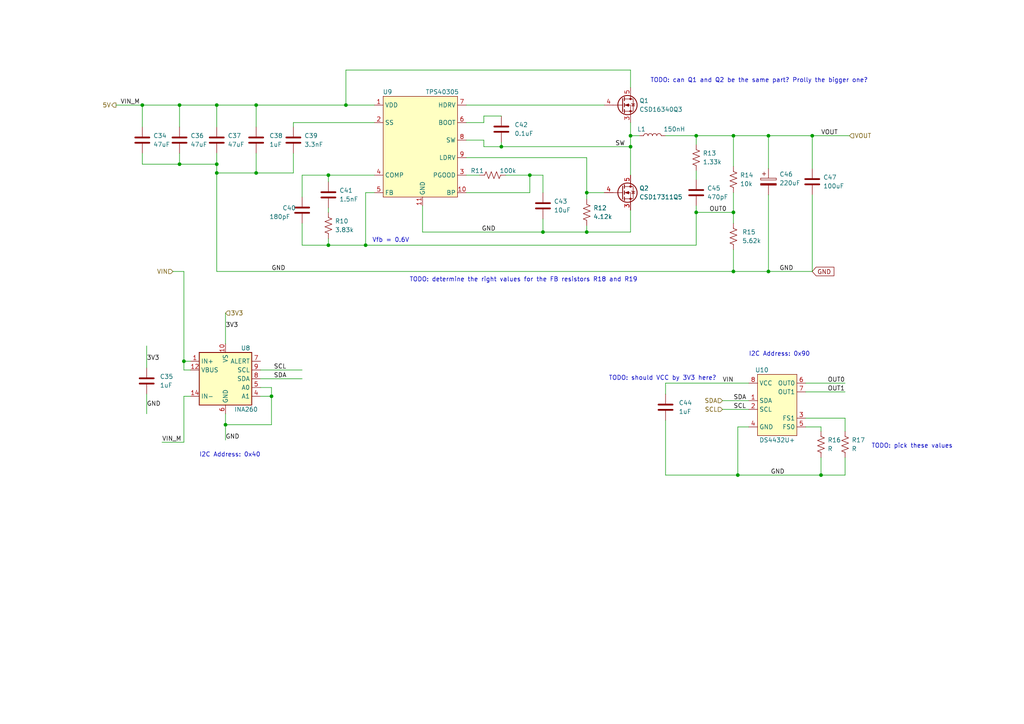
<source format=kicad_sch>
(kicad_sch (version 20211123) (generator eeschema)
  (paper "A4")
  (lib_symbols
    (symbol "Device:C" (pin_numbers hide) (pin_names (offset 0.254))
      (property "Reference" "C" (at 0.635 2.54 0))
      (property "Value" "C" (at 0.635 -2.54 0))
      (symbol "C_0_1"
        (polyline (pts (xy -2.032 -0.762) (xy 2.032 -0.762)) (stroke (width 0.508)))
        (polyline (pts (xy -2.032 0.762) (xy 2.032 0.762)) (stroke (width 0.508)))
      )
      (symbol "C_1_1"
        (pin passive line (at 0 3.81 270) (length 2.794) (name "~") (number "1"))
        (pin passive line (at 0 -3.81 90) (length 2.794) (name "~") (number "2"))
      )
    )
    (symbol "Device:C_Polarized" (pin_numbers hide) (pin_names (offset 0.254))
      (property "Reference" "C" (at 0.635 2.54 0))
      (property "Value" "C_Polarized" (at 0.635 -2.54 0))
      (symbol "C_Polarized_0_1"
        (rectangle (start -2.286 0.508) (end 2.286 1.016))
        (polyline (pts (xy -1.778 2.286) (xy -0.762 2.286)))
        (polyline (pts (xy -1.27 2.794) (xy -1.27 1.778)))
        (rectangle (start 2.286 -0.508) (end -2.286 -1.016) (fill (type outline)))
      )
      (symbol "C_Polarized_1_1"
        (pin passive line (at 0 3.81 270) (length 2.794) (name "~") (number "1"))
        (pin passive line (at 0 -3.81 90) (length 2.794) (name "~") (number "2"))
      )
    )
    (symbol "Device:L" (pin_numbers hide) (pin_names (offset 1.016) hide)
      (property "Reference" "L" (at -1.27 0 90))
      (property "Value" "L" (at 1.905 0 90))
      (symbol "L_0_1"
        (arc (start 0 -2.54) (mid 0.635 -1.905) (end 0 -1.27))
        (arc (start 0 -1.27) (mid 0.635 -0.635) (end 0 0))
        (arc (start 0 0) (mid 0.635 0.635) (end 0 1.27))
        (arc (start 0 1.27) (mid 0.635 1.905) (end 0 2.54))
      )
      (symbol "L_1_1"
        (pin passive line (at 0 3.81 270) (length 1.27) (name "1") (number "1"))
        (pin passive line (at 0 -3.81 90) (length 1.27) (name "2") (number "2"))
      )
    )
    (symbol "Device:R_US" (pin_numbers hide) (pin_names (offset 0))
      (property "Reference" "R" (at 2.54 0 90))
      (property "Value" "R_US" (at -2.54 0 90))
      (symbol "R_US_0_1"
        (polyline (pts (xy 0 -2.286) (xy 0 -2.54)))
        (polyline (pts (xy 0 2.286) (xy 0 2.54)))
        (polyline (pts (xy 0 -0.762) (xy 1.016 -1.143) (xy 0 -1.524) (xy -1.016 -1.905) (xy 0 -2.286)))
        (polyline (pts (xy 0 0.762) (xy 1.016 0.381) (xy 0 0) (xy -1.016 -0.381) (xy 0 -0.762)))
        (polyline (pts (xy 0 2.286) (xy 1.016 1.905) (xy 0 1.524) (xy -1.016 1.143) (xy 0 0.762)))
      )
      (symbol "R_US_1_1"
        (pin passive line (at 0 3.81 270) (length 1.27) (name "~") (number "1"))
        (pin passive line (at 0 -3.81 90) (length 1.27) (name "~") (number "2"))
      )
    )
    (symbol "Q_NMOS_CSD17311Q5_1" (pin_names (offset 0) hide)
      (property "Reference" "Q" (at 5.08 1.27 0))
      (property "Value" "Q_NMOS_CSD17311Q5_1" (at 5.08 -1.27 0))
      (symbol "Q_NMOS_CSD17311Q5_1_0_1"
        (polyline (pts (xy 0.254 0) (xy -2.54 0)))
        (polyline (pts (xy 0.254 1.905) (xy 0.254 -1.905)) (stroke (width 0.254)))
        (polyline (pts (xy 0.762 -1.27) (xy 0.762 -2.286)) (stroke (width 0.254)))
        (polyline (pts (xy 0.762 0.508) (xy 0.762 -0.508)) (stroke (width 0.254)))
        (polyline (pts (xy 0.762 2.286) (xy 0.762 1.27)) (stroke (width 0.254)))
        (polyline (pts (xy 2.54 2.54) (xy 2.54 1.778)))
        (polyline (pts (xy 2.54 -2.54) (xy 2.54 0) (xy 0.762 0)))
        (polyline (pts (xy 0.762 -1.778) (xy 3.302 -1.778) (xy 3.302 1.778) (xy 0.762 1.778)))
        (polyline (pts (xy 1.016 0) (xy 2.032 0.381) (xy 2.032 -0.381) (xy 1.016 0)) (fill (type outline)))
        (polyline (pts (xy 2.794 0.508) (xy 2.921 0.381) (xy 3.683 0.381) (xy 3.81 0.254)))
        (polyline (pts (xy 3.302 0.381) (xy 2.921 -0.254) (xy 3.683 -0.254) (xy 3.302 0.381)))
        (circle (center 1.651 0) (radius 2.794) (stroke (width 0.254)))
        (circle (center 2.54 -1.778) (radius 0.254) (fill (type outline)))
        (circle (center 2.54 1.778) (radius 0.254) (fill (type outline)))
      )
      (symbol "Q_NMOS_CSD17311Q5_1_1_1"
        (pin passive line (at 2.54 -5.08 90) (length 2.54) hide (name "") (number "1"))
        (pin passive line (at 2.54 -5.08 90) (length 2.54) hide (name "") (number "2"))
        (pin passive line (at 2.54 -5.08 90) (length 2.54) (name "S") (number "3"))
        (pin input line (at -5.08 0 0) (length 2.54) (name "G") (number "4"))
        (pin passive line (at 2.54 5.08 270) (length 2.54) (name "D") (number "5"))
      )
    )
    (symbol "Sensor:INA260"
      (property "Reference" "U" (at -6.35 8.89 0))
      (property "Value" "INA260" (at 2.54 8.89 0))
      (symbol "INA260_0_1"
        (rectangle (start -7.62 7.62) (end 7.62 -7.62) (stroke (width 0.254)) (fill (type background)))
      )
      (symbol "INA260_1_1"
        (pin passive line (at -10.16 5.08 0) (length 2.54) (name "IN+") (number "1"))
        (pin power_in line (at 0 10.16 270) (length 2.54) (name "VS") (number "10"))
        (pin passive line (at 0 -10.16 90) (length 2.54) hide (name "GND") (number "11"))
        (pin passive line (at -10.16 2.54 0) (length 2.54) (name "VBUS") (number "12"))
        (pin no_connect line (at 2.54 -7.62 90) (length 2.54) hide (name "NC") (number "13"))
        (pin passive line (at -10.16 -5.08 0) (length 2.54) (name "IN-") (number "14"))
        (pin passive line (at -10.16 -5.08 0) (length 2.54) hide (name "IN-") (number "15"))
        (pin passive line (at -10.16 -5.08 0) (length 2.54) hide (name "IN-") (number "16"))
        (pin passive line (at -10.16 5.08 0) (length 2.54) hide (name "IN+") (number "2"))
        (pin passive line (at -10.16 5.08 0) (length 2.54) hide (name "IN+") (number "3"))
        (pin input line (at 10.16 -5.08 180) (length 2.54) (name "A1") (number "4"))
        (pin input line (at 10.16 -2.54 180) (length 2.54) (name "A0") (number "5"))
        (pin power_in line (at 0 -10.16 90) (length 2.54) (name "GND") (number "6"))
        (pin open_collector line (at 10.16 5.08 180) (length 2.54) (name "ALERT") (number "7"))
        (pin bidirectional line (at 10.16 0 180) (length 2.54) (name "SDA") (number "8"))
        (pin input line (at 10.16 2.54 180) (length 2.54) (name "SCL") (number "9"))
      )
    )
    (symbol "TPS40305:DS4432U+"
      (property "Reference" "U" (at 3.81 10.16 0))
      (property "Value" "DS4432U+" (at -1.27 -10.16 0))
      (symbol "DS4432U+_0_1"
        (rectangle (start -6.35 8.89) (end 5.08 -8.89) (stroke (width 0.1524)) (fill (type background)))
      )
      (symbol "DS4432U+_1_1"
        (pin input line (at -8.89 1.27 0) (length 2.54) (name "SDA") (number "1"))
        (pin input line (at -8.89 -1.27 0) (length 2.54) (name "SCL") (number "2"))
        (pin input line (at 7.62 -3.81 180) (length 2.54) (name "FS1") (number "3"))
        (pin power_in line (at -8.89 -6.35 0) (length 2.54) (name "GND") (number "4"))
        (pin input line (at 7.62 -6.35 180) (length 2.54) (name "FS0") (number "5"))
        (pin output line (at 7.62 6.35 180) (length 2.54) (name "OUT0") (number "6"))
        (pin output line (at 7.62 3.81 180) (length 2.54) (name "OUT1") (number "7"))
        (pin power_in line (at -8.89 6.35 0) (length 2.54) (name "VCC") (number "8"))
      )
    )
    (symbol "TPS40305:Q_NMOS_CSD17311Q5" (pin_names (offset 0) hide)
      (property "Reference" "Q" (at 5.08 1.27 0))
      (property "Value" "Q_NMOS_CSD17311Q5" (at 5.08 -1.27 0))
      (symbol "Q_NMOS_CSD17311Q5_0_1"
        (polyline (pts (xy 0.254 0) (xy -2.54 0)))
        (polyline (pts (xy 0.254 1.905) (xy 0.254 -1.905)) (stroke (width 0.254)))
        (polyline (pts (xy 0.762 -1.27) (xy 0.762 -2.286)) (stroke (width 0.254)))
        (polyline (pts (xy 0.762 0.508) (xy 0.762 -0.508)) (stroke (width 0.254)))
        (polyline (pts (xy 0.762 2.286) (xy 0.762 1.27)) (stroke (width 0.254)))
        (polyline (pts (xy 2.54 2.54) (xy 2.54 1.778)))
        (polyline (pts (xy 2.54 -2.54) (xy 2.54 0) (xy 0.762 0)))
        (polyline (pts (xy 0.762 -1.778) (xy 3.302 -1.778) (xy 3.302 1.778) (xy 0.762 1.778)))
        (polyline (pts (xy 1.016 0) (xy 2.032 0.381) (xy 2.032 -0.381) (xy 1.016 0)) (fill (type outline)))
        (polyline (pts (xy 2.794 0.508) (xy 2.921 0.381) (xy 3.683 0.381) (xy 3.81 0.254)))
        (polyline (pts (xy 3.302 0.381) (xy 2.921 -0.254) (xy 3.683 -0.254) (xy 3.302 0.381)))
        (circle (center 1.651 0) (radius 2.794) (stroke (width 0.254)))
        (circle (center 2.54 -1.778) (radius 0.254) (fill (type outline)))
        (circle (center 2.54 1.778) (radius 0.254) (fill (type outline)))
      )
      (symbol "Q_NMOS_CSD17311Q5_1_1"
        (pin passive line (at 2.54 -5.08 90) (length 2.54) hide (name "") (number "1"))
        (pin passive line (at 2.54 -5.08 90) (length 2.54) hide (name "") (number "2"))
        (pin passive line (at 2.54 -5.08 90) (length 2.54) (name "S") (number "3"))
        (pin input line (at -5.08 0 0) (length 2.54) (name "G") (number "4"))
        (pin passive line (at 2.54 5.08 270) (length 2.54) (name "D") (number "5"))
      )
    )
    (symbol "TPS40305:TPS40305"
      (property "Reference" "U" (at 10.16 16.51 0))
      (property "Value" "TPS40305" (at -7.62 16.51 0))
      (symbol "TPS40305_0_1"
        (rectangle (start -11.43 15.24) (end 10.16 -13.97) (stroke (width 0.1524)) (fill (type background)))
      )
      (symbol "TPS40305_1_1"
        (pin input line (at -13.97 12.7 0) (length 2.54) (name "VDD") (number "1"))
        (pin input line (at 12.7 -12.7 180) (length 2.54) (name "BP") (number "10"))
        (pin input line (at 0 -16.51 90) (length 2.54) (name "GND") (number "11"))
        (pin input line (at -13.97 7.62 0) (length 2.54) (name "SS") (number "2"))
        (pin input line (at 12.7 -7.62 180) (length 2.54) (name "PGOOD") (number "3"))
        (pin input line (at -13.97 -7.62 0) (length 2.54) (name "COMP") (number "4"))
        (pin input line (at -13.97 -12.7 0) (length 2.54) (name "FB") (number "5"))
        (pin input line (at 12.7 7.62 180) (length 2.54) (name "BOOT") (number "6"))
        (pin input line (at 12.7 12.7 180) (length 2.54) (name "HDRV") (number "7"))
        (pin input line (at 12.7 2.54 180) (length 2.54) (name "SW") (number "8"))
        (pin input line (at 12.7 -2.54 180) (length 2.54) (name "LDRV") (number "9"))
      )
    )
  )
  (junction (at 62.865 50.165))
  (junction (at 201.93 61.595))
  (junction (at 62.865 47.625))
  (junction (at 238.125 137.795))
  (junction (at 153.67 50.8))
  (junction (at 213.995 137.795))
  (junction (at 41.275 30.48))
  (junction (at 145.415 42.545))
  (junction (at 182.88 42.545))
  (junction (at 212.725 78.74))
  (junction (at 95.25 50.8))
  (junction (at 182.88 39.37))
  (junction (at 170.18 55.88))
  (junction (at 222.885 78.74))
  (junction (at 212.725 39.37))
  (junction (at 52.07 47.625))
  (junction (at 74.295 30.48))
  (junction (at 100.33 30.48))
  (junction (at 106.045 71.12))
  (junction (at 65.405 123.19))
  (junction (at 52.07 30.48))
  (junction (at 222.885 39.37))
  (junction (at 212.725 61.595))
  (junction (at 78.74 114.935))
  (junction (at 157.48 67.31))
  (junction (at 62.865 30.48))
  (junction (at 74.295 50.165))
  (junction (at 235.585 39.37))
  (junction (at 53.34 104.775))
  (junction (at 201.93 39.37))
  (junction (at 95.25 71.12))
  (junction (at 170.18 67.31))
  (wire (pts (xy 245.11 137.795) (xy 238.125 137.795)))
  (wire (pts (xy 235.585 39.37) (xy 222.885 39.37)))
  (wire (pts (xy 193.04 111.125) (xy 217.17 111.125)))
  (wire (pts (xy 157.48 63.5) (xy 157.48 67.31)))
  (wire (pts (xy 41.275 30.48) (xy 52.07 30.48)))
  (wire (pts (xy 108.585 50.8) (xy 95.25 50.8)))
  (wire (pts (xy 182.88 35.56) (xy 182.88 39.37)))
  (wire (pts (xy 235.585 48.895) (xy 235.585 39.37)))
  (wire (pts (xy 170.18 55.88) (xy 175.26 55.88)))
  (wire (pts (xy 65.405 90.805) (xy 65.405 99.695)))
  (wire (pts (xy 95.25 60.325) (xy 95.25 61.595)))
  (wire (pts (xy 74.295 44.45) (xy 74.295 50.165)))
  (wire (pts (xy 212.725 55.88) (xy 212.725 61.595)))
  (wire (pts (xy 170.18 45.72) (xy 170.18 55.88)))
  (wire (pts (xy 53.34 104.775) (xy 53.34 78.74)))
  (wire (pts (xy 52.07 44.45) (xy 52.07 47.625)))
  (wire (pts (xy 170.18 67.31) (xy 170.18 65.405)))
  (wire (pts (xy 233.68 113.665) (xy 245.11 113.665)))
  (wire (pts (xy 85.09 44.45) (xy 85.09 50.165)))
  (wire (pts (xy 245.11 132.715) (xy 245.11 137.795)))
  (wire (pts (xy 182.88 20.32) (xy 100.33 20.32)))
  (wire (pts (xy 193.04 114.3) (xy 193.04 111.125)))
  (wire (pts (xy 201.93 39.37) (xy 201.93 41.91)))
  (wire (pts (xy 55.245 107.315) (xy 53.34 107.315)))
  (wire (pts (xy 52.07 47.625) (xy 62.865 47.625)))
  (wire (pts (xy 235.585 39.37) (xy 246.38 39.37)))
  (wire (pts (xy 53.34 114.935) (xy 53.34 128.27)))
  (wire (pts (xy 87.63 71.12) (xy 87.63 64.77)))
  (wire (pts (xy 87.63 50.8) (xy 87.63 57.15)))
  (wire (pts (xy 46.99 128.27) (xy 53.34 128.27)))
  (wire (pts (xy 209.55 116.205) (xy 217.17 116.205)))
  (wire (pts (xy 62.865 50.165) (xy 74.295 50.165)))
  (wire (pts (xy 75.565 112.395) (xy 78.74 112.395)))
  (wire (pts (xy 122.555 67.31) (xy 157.48 67.31)))
  (wire (pts (xy 78.74 123.19) (xy 65.405 123.19)))
  (wire (pts (xy 213.995 123.825) (xy 217.17 123.825)))
  (wire (pts (xy 62.865 78.74) (xy 212.725 78.74)))
  (wire (pts (xy 201.93 49.53) (xy 201.93 52.07)))
  (wire (pts (xy 55.245 104.775) (xy 53.34 104.775)))
  (wire (pts (xy 74.295 30.48) (xy 74.295 36.83)))
  (wire (pts (xy 95.25 69.215) (xy 95.25 71.12)))
  (wire (pts (xy 233.68 121.285) (xy 245.11 121.285)))
  (wire (pts (xy 212.725 72.39) (xy 212.725 78.74)))
  (wire (pts (xy 157.48 67.31) (xy 170.18 67.31)))
  (wire (pts (xy 238.125 132.715) (xy 238.125 137.795)))
  (wire (pts (xy 153.67 55.88) (xy 153.67 50.8)))
  (wire (pts (xy 222.885 39.37) (xy 222.885 48.895)))
  (wire (pts (xy 212.725 61.595) (xy 212.725 64.77)))
  (wire (pts (xy 140.335 40.64) (xy 140.335 42.545)))
  (wire (pts (xy 182.88 60.96) (xy 182.88 67.31)))
  (wire (pts (xy 78.74 112.395) (xy 78.74 114.935)))
  (wire (pts (xy 135.255 45.72) (xy 170.18 45.72)))
  (wire (pts (xy 135.255 40.64) (xy 140.335 40.64)))
  (wire (pts (xy 41.275 47.625) (xy 52.07 47.625)))
  (wire (pts (xy 233.68 111.125) (xy 245.11 111.125)))
  (wire (pts (xy 135.255 55.88) (xy 153.67 55.88)))
  (wire (pts (xy 41.275 36.83) (xy 41.275 30.48)))
  (wire (pts (xy 222.885 56.515) (xy 222.885 78.74)))
  (wire (pts (xy 62.865 30.48) (xy 62.865 36.83)))
  (wire (pts (xy 146.685 50.8) (xy 153.67 50.8)))
  (wire (pts (xy 52.07 30.48) (xy 62.865 30.48)))
  (wire (pts (xy 213.995 137.795) (xy 213.995 123.825)))
  (wire (pts (xy 42.545 114.3) (xy 42.545 120.015)))
  (wire (pts (xy 140.335 42.545) (xy 145.415 42.545)))
  (wire (pts (xy 222.885 39.37) (xy 212.725 39.37)))
  (wire (pts (xy 100.33 20.32) (xy 100.33 30.48)))
  (wire (pts (xy 182.88 67.31) (xy 170.18 67.31)))
  (wire (pts (xy 65.405 123.19) (xy 65.405 127.635)))
  (wire (pts (xy 233.68 123.825) (xy 238.125 123.825)))
  (wire (pts (xy 170.18 55.88) (xy 170.18 57.785)))
  (wire (pts (xy 182.88 42.545) (xy 182.88 50.8)))
  (wire (pts (xy 95.25 71.12) (xy 87.63 71.12)))
  (wire (pts (xy 62.865 30.48) (xy 74.295 30.48)))
  (wire (pts (xy 222.885 78.74) (xy 235.585 78.74)))
  (wire (pts (xy 193.04 137.795) (xy 213.995 137.795)))
  (wire (pts (xy 75.565 114.935) (xy 78.74 114.935)))
  (wire (pts (xy 65.405 120.015) (xy 65.405 123.19)))
  (wire (pts (xy 135.255 50.8) (xy 139.065 50.8)))
  (wire (pts (xy 106.045 71.12) (xy 95.25 71.12)))
  (wire (pts (xy 157.48 50.8) (xy 157.48 55.88)))
  (wire (pts (xy 52.07 30.48) (xy 52.07 36.83)))
  (wire (pts (xy 62.865 47.625) (xy 62.865 50.165)))
  (wire (pts (xy 145.415 42.545) (xy 182.88 42.545)))
  (wire (pts (xy 182.88 25.4) (xy 182.88 20.32)))
  (wire (pts (xy 62.865 50.165) (xy 62.865 78.74)))
  (wire (pts (xy 245.11 121.285) (xy 245.11 125.095)))
  (wire (pts (xy 41.275 44.45) (xy 41.275 47.625)))
  (wire (pts (xy 62.865 44.45) (xy 62.865 47.625)))
  (wire (pts (xy 122.555 59.69) (xy 122.555 67.31)))
  (wire (pts (xy 212.725 78.74) (xy 222.885 78.74)))
  (wire (pts (xy 193.04 39.37) (xy 201.93 39.37)))
  (wire (pts (xy 209.55 118.745) (xy 217.17 118.745)))
  (wire (pts (xy 108.585 55.88) (xy 106.045 55.88)))
  (wire (pts (xy 108.585 35.56) (xy 85.09 35.56)))
  (wire (pts (xy 55.245 114.935) (xy 53.34 114.935)))
  (wire (pts (xy 201.93 39.37) (xy 212.725 39.37)))
  (wire (pts (xy 153.67 50.8) (xy 157.48 50.8)))
  (wire (pts (xy 140.335 35.56) (xy 140.335 33.655)))
  (wire (pts (xy 201.93 59.69) (xy 201.93 61.595)))
  (wire (pts (xy 235.585 56.515) (xy 235.585 78.74)))
  (wire (pts (xy 201.93 71.12) (xy 106.045 71.12)))
  (wire (pts (xy 95.25 50.8) (xy 87.63 50.8)))
  (wire (pts (xy 74.295 30.48) (xy 100.33 30.48)))
  (wire (pts (xy 140.335 33.655) (xy 145.415 33.655)))
  (wire (pts (xy 145.415 41.275) (xy 145.415 42.545)))
  (wire (pts (xy 42.545 100.33) (xy 42.545 106.68)))
  (wire (pts (xy 135.255 30.48) (xy 175.26 30.48)))
  (wire (pts (xy 53.34 107.315) (xy 53.34 104.775)))
  (wire (pts (xy 100.33 30.48) (xy 108.585 30.48)))
  (wire (pts (xy 85.09 35.56) (xy 85.09 36.83)))
  (wire (pts (xy 212.725 39.37) (xy 212.725 48.26)))
  (wire (pts (xy 182.88 39.37) (xy 185.42 39.37)))
  (wire (pts (xy 238.125 123.825) (xy 238.125 125.095)))
  (wire (pts (xy 201.93 61.595) (xy 201.93 71.12)))
  (wire (pts (xy 135.255 35.56) (xy 140.335 35.56)))
  (wire (pts (xy 75.565 107.315) (xy 87.63 107.315)))
  (wire (pts (xy 78.74 114.935) (xy 78.74 123.19)))
  (wire (pts (xy 106.045 55.88) (xy 106.045 71.12)))
  (wire (pts (xy 182.88 39.37) (xy 182.88 42.545)))
  (wire (pts (xy 238.125 137.795) (xy 213.995 137.795)))
  (wire (pts (xy 193.04 121.92) (xy 193.04 137.795)))
  (wire (pts (xy 50.165 78.74) (xy 53.34 78.74)))
  (wire (pts (xy 33.655 30.48) (xy 41.275 30.48)))
  (wire (pts (xy 75.565 109.855) (xy 87.63 109.855)))
  (wire (pts (xy 74.295 50.165) (xy 85.09 50.165)))
  (wire (pts (xy 201.93 61.595) (xy 212.725 61.595)))
  (wire (pts (xy 95.25 50.8) (xy 95.25 52.705)))
  (text "I2C Address: 0x90" (at 217.17 103.505 0) (effects (font (size 1.27 1.27)) (justify left bottom)))
  (text "TODO: determine the right values for the FB resistors R18 and R19" (at 118.745 81.915 0) (effects (font (size 1.27 1.27)) (justify left bottom)))
  (text "TODO: pick these values" (at 252.73 130.175 0) (effects (font (size 1.27 1.27)) (justify left bottom)))
  (text "TODO: should VCC by 3V3 here?" (at 176.53 110.49 0) (effects (font (size 1.27 1.27)) (justify left bottom)))
  (text "I2C Address: 0x40" (at 57.785 132.715 0) (effects (font (size 1.27 1.27)) (justify left bottom)))
  (text "Vfb = 0.6V" (at 107.95 70.485 0) (effects (font (size 1.27 1.27)) (justify left bottom)))
  (text "TODO: can Q1 and Q2 be the same part? Prolly the bigger one?" (at 188.595 24.13 0) (effects (font (size 1.27 1.27)) (justify left bottom)))
  (label "SDA" (at 212.725 116.205 0))
  (label "VIN_M" (at 34.925 30.48 0))
  (label "GND" (at 226.06 78.74 0))
  (label "VIN_M" (at 46.99 128.27 0))
  (label "GND" (at 78.74 78.74 0))
  (label "GND" (at 65.405 127.635 0))
  (label "VIN" (at 209.55 111.125 0))
  (label "3V3" (at 65.405 95.25 0))
  (label "GND" (at 42.545 118.11 0))
  (label "SCL" (at 79.375 107.315 0))
  (label "VOUT" (at 238.125 39.37 0))
  (label "3V3" (at 42.545 104.775 0))
  (label "OUT1" (at 240.03 113.665 0))
  (label "SCL" (at 212.725 118.745 0))
  (label "SDA" (at 79.375 109.855 0))
  (label "OUT0" (at 205.74 61.595 0))
  (label "OUT0" (at 240.03 111.125 0))
  (label "GND" (at 223.52 137.795 0))
  (label "SW" (at 178.435 42.545 0))
  (label "GND" (at 139.7 67.31 0))
  (global_label "GND" (shape input) (at 235.585 78.74 0) (property "Intersheet References" "${INTERSHEET_REFS}" (effects hide)))
  (hierarchical_label "SDA" (shape input) (at 209.55 116.205 180))
  (hierarchical_label "5V" (shape output) (at 33.655 30.48 180))
  (hierarchical_label "SCL" (shape input) (at 209.55 118.745 180))
  (hierarchical_label "3V3" (shape input) (at 65.405 90.805 0))
  (hierarchical_label "VOUT" (shape input) (at 246.38 39.37 0))
  (hierarchical_label "VIN" (shape input) (at 50.165 78.74 180))
  (symbol (lib_id "Device:C") (at 157.48 59.69 0) (unit 1)
    (property "Reference" "C43" (at 160.655 58.4199 0) (effects (justify left)))
    (property "Value" "10uF" (at 160.655 60.9599 0) (effects (justify left)))
    (property "Footprint" "Capacitor_SMD:C_0805_2012Metric" (effects hide))
    (property "DK" "1276-1096-1-ND" (effects hide))
  )
  (symbol (lib_id "Device:R_US") (at 212.725 52.07 0) (unit 1)
    (property "Reference" "R14" (at 214.63 50.7999 0) (effects (justify left)))
    (property "Value" "10k" (at 214.63 53.3399 0) (effects (justify left)))
    (property "Footprint" "Resistor_SMD:R_0402_1005Metric" (effects hide))
    (property "DK" "311-10KJRCT-ND" (effects hide))
  )
  (symbol (lib_id "Device:C") (at 62.865 40.64 0) (unit 1)
    (property "Reference" "C37" (at 66.04 39.3699 0) (effects (justify left)))
    (property "Value" "47uF" (at 66.04 41.9099 0) (effects (justify left)))
    (property "Footprint" "Capacitor_SMD:C_1210_3225Metric" (effects hide))
    (property "DK" "490-6539-1-ND" (effects hide))
    (property "PARTNO" "GRM32ER61C476KE15L" (effects hide))
  )
  (symbol (lib_id "Device:C_Polarized") (at 222.885 52.705 0) (unit 1)
    (property "Reference" "C46" (at 226.06 50.5459 0) (effects (justify left)))
    (property "Value" "220uF" (at 226.06 53.0859 0) (effects (justify left)))
    (property "Footprint" "TPS40305_supply:CAP_2R5TPE220MAFB" (effects hide))
    (property "Datasheet" "https://media.digikey.com/pdf/Data%20Sheets/Panasonic%20Capacitors%20PDFs/TPE_Series_POSCAP_Rev02_Oct_2017.pdf" (effects hide))
    (property "PARTNO" "2R5TPE220MAFB" (effects hide))
    (property "DK" "P16200CT-ND" (effects hide))
  )
  (symbol (lib_id "TPS40305:TPS40305") (at 122.555 43.18 0) (unit 1)
    (property "Reference" "U9" (at 112.395 26.67 0))
    (property "Value" "TPS40305" (at 128.27 26.67 0))
    (property "Footprint" "TPS40305_supply:TPS40305" (effects hide))
    (property "Datasheet" "https://www.ti.com/lit/ds/symlink/tps40303.pdf" (effects hide))
    (property "DK" "296-37445-1-ND" (effects hide))
    (property "PARTNO" "TPS40305DRCR" (effects hide))
  )
  (symbol (lib_id "Sensor:INA260") (at 65.405 109.855 0) (unit 1)
    (property "Reference" "U8" (at 69.85 100.965 0) (effects (justify left)))
    (property "Value" "INA260" (at 67.945 118.745 0) (effects (justify left)))
    (property "Footprint" "Package_SO:TSSOP-16_4.4x5mm_P0.65mm" (effects hide))
    (property "Datasheet" "http://www.ti.com/lit/ds/symlink/ina260.pdf" (effects hide))
    (property "PARTNO" "INA260AIPWR" (effects hide))
  )
  (symbol (lib_id "Device:C") (at 41.275 40.64 0) (unit 1)
    (property "Reference" "C34" (at 44.45 39.3699 0) (effects (justify left)))
    (property "Value" "47uF" (at 44.45 41.9099 0) (effects (justify left)))
    (property "Footprint" "Capacitor_SMD:C_1210_3225Metric" (effects hide))
    (property "DK" "490-6539-1-ND" (effects hide))
    (property "PARTNO" "GRM32ER61C476KE15L" (effects hide))
  )
  (symbol (lib_name "Q_NMOS_CSD17311Q5_1") (lib_id "TPS40305:Q_NMOS_CSD17311Q5") (at 180.34 55.88 0) (unit 1)
    (property "Reference" "Q2" (at 185.42 54.61 0) (effects (justify left)))
    (property "Value" "CSD17311Q5" (at 185.42 57.15 0) (effects (justify left)))
    (property "Footprint" "TPS40305_supply:CSD17311Q5" (effects hide))
    (property "Datasheet" "https://www.ti.com/lit/ds/symlink/csd17311q5.pdf" (effects hide))
    (property "DK" "296-27625-1-ND" (effects hide))
    (property "PARTNO" "CSD17311Q5" (effects hide))
  )
  (symbol (lib_id "TPS40305:Q_NMOS_CSD17311Q5") (at 180.34 30.48 0) (unit 1)
    (property "Reference" "Q1" (at 185.42 29.21 0) (effects (justify left)))
    (property "Value" "CSD16340Q3" (at 185.42 31.75 0) (effects (justify left)))
    (property "Footprint" "TPS40305_supply:CSD16340Q3" (effects hide))
    (property "Datasheet" "https://www.ti.com/lit/ds/symlink/csd16340q3.pdf" (effects hide))
    (property "PARTNO" "CSD16340Q3" (effects hide))
    (property "DK" "296-25646-1-ND" (effects hide))
  )
  (symbol (lib_id "Device:C") (at 85.09 40.64 0) (unit 1)
    (property "Reference" "C39" (at 88.265 39.3699 0) (effects (justify left)))
    (property "Value" "3.3nF" (at 88.265 41.9099 0) (effects (justify left)))
    (property "Footprint" "Capacitor_SMD:C_0402_1005Metric" (effects hide))
    (property "DK" "1276-1552-1-ND" (effects hide))
  )
  (symbol (lib_id "Device:C") (at 52.07 40.64 0) (unit 1)
    (property "Reference" "C36" (at 55.245 39.3699 0) (effects (justify left)))
    (property "Value" "47uF" (at 55.245 41.9099 0) (effects (justify left)))
    (property "Footprint" "Capacitor_SMD:C_1210_3225Metric" (effects hide))
    (property "DK" "490-6539-1-ND" (effects hide))
    (property "PARTNO" "GRM32ER61C476KE15L" (effects hide))
  )
  (symbol (lib_id "Device:C") (at 74.295 40.64 0) (unit 1)
    (property "Reference" "C38" (at 78.105 39.3699 0) (effects (justify left)))
    (property "Value" "1uF" (at 78.105 41.9099 0) (effects (justify left)))
    (property "Footprint" "Capacitor_SMD:C_0805_2012Metric" (effects hide))
    (property "DK" "1276-6471-1-ND" (effects hide))
  )
  (symbol (lib_id "TPS40305:DS4432U+") (at 226.06 117.475 0) (unit 1)
    (property "Reference" "U10" (at 220.98 107.315 0))
    (property "Value" "DS4432U+" (at 225.425 127.635 0))
    (property "Footprint" "Package_SO:TSSOP-8_3x3mm_P0.65mm" (effects hide))
    (property "Datasheet" "https://datasheets.maximintegrated.com/en/ds/DS4432.pdf" (effects hide))
    (property "DK" "DS4432U+-ND" (effects hide))
    (property "PARTNO" "DS4432U+" (effects hide))
  )
  (symbol (lib_id "Device:C") (at 235.585 52.705 0) (unit 1)
    (property "Reference" "C47" (at 238.76 51.4349 0) (effects (justify left)))
    (property "Value" "100uF" (at 238.76 53.9749 0) (effects (justify left)))
    (property "Footprint" "Capacitor_SMD:C_1206_3216Metric" (effects hide))
    (property "PARTNO" "C3216X5R0J107M160AB" (effects hide))
    (property "DK" "445-6008-1-ND" (effects hide))
  )
  (symbol (lib_id "Device:C") (at 95.25 56.515 0) (unit 1)
    (property "Reference" "C41" (at 98.425 55.2449 0) (effects (justify left)))
    (property "Value" "1.5nF" (at 98.425 57.7849 0) (effects (justify left)))
    (property "Footprint" "Capacitor_SMD:C_0805_2012Metric" (effects hide))
    (property "DK" "311-1128-1-ND" (effects hide))
  )
  (symbol (lib_id "Device:R_US") (at 212.725 68.58 0) (unit 1)
    (property "Reference" "R15" (at 215.265 67.3099 0) (effects (justify left)))
    (property "Value" "5.62k" (at 215.265 69.8499 0) (effects (justify left)))
    (property "Footprint" "Resistor_SMD:R_0402_1005Metric" (effects hide))
    (property "DK" "RMCF0402FT5K62CT-ND" (effects hide))
  )
  (symbol (lib_id "Device:R_US") (at 142.875 50.8 90) (unit 1)
    (property "Reference" "R11" (at 138.43 49.53 90))
    (property "Value" "100k" (at 147.32 49.53 90))
    (property "Footprint" "Resistor_SMD:R_0402_1005Metric" (effects hide))
    (property "DK" "311-100KJRCT-ND" (effects hide))
  )
  (symbol (lib_id "Device:C") (at 145.415 37.465 0) (unit 1)
    (property "Reference" "C42" (at 149.225 36.1949 0) (effects (justify left)))
    (property "Value" "0.1uF" (at 149.225 38.7349 0) (effects (justify left)))
    (property "Footprint" "Capacitor_SMD:C_0402_1005Metric" (effects hide))
    (property "DK" "1276-1043-1-ND" (effects hide))
  )
  (symbol (lib_id "Device:R_US") (at 238.125 128.905 0) (unit 1)
    (property "Reference" "R16" (at 240.03 127.6349 0) (effects (justify left)))
    (property "Value" "R" (at 240.03 130.1749 0) (effects (justify left)))
    (property "Footprint" "Resistor_SMD:R_0402_1005Metric" (effects hide))
  )
  (symbol (lib_id "Device:C") (at 193.04 118.11 0) (unit 1)
    (property "Reference" "C44" (at 196.85 116.8399 0) (effects (justify left)))
    (property "Value" "1uF" (at 196.85 119.3799 0) (effects (justify left)))
    (property "Footprint" "Capacitor_SMD:C_0805_2012Metric" (effects hide))
    (property "DK" "1276-6471-1-ND" (effects hide))
  )
  (symbol (lib_id "Device:R_US") (at 201.93 45.72 0) (unit 1)
    (property "Reference" "R13" (at 203.835 44.4499 0) (effects (justify left)))
    (property "Value" "1.33k" (at 203.835 46.9899 0) (effects (justify left)))
    (property "Footprint" "Resistor_SMD:R_0402_1005Metric" (effects hide))
    (property "DK" "311-1.33KLRCT-ND" (effects hide))
  )
  (symbol (lib_id "Device:R_US") (at 95.25 65.405 0) (unit 1)
    (property "Reference" "R10" (at 97.155 64.1349 0) (effects (justify left)))
    (property "Value" "3.83k" (at 97.155 66.6749 0) (effects (justify left)))
    (property "Footprint" "Resistor_SMD:R_0402_1005Metric" (effects hide))
    (property "DK" "311-3.83KLRCT-ND" (effects hide))
  )
  (symbol (lib_id "Device:C") (at 201.93 55.88 0) (unit 1)
    (property "Reference" "C45" (at 205.105 54.6099 0) (effects (justify left)))
    (property "Value" "470pF" (at 205.105 57.1499 0) (effects (justify left)))
    (property "Footprint" "Capacitor_SMD:C_0805_2012Metric" (effects hide))
    (property "DK" "1292-1580-1-ND" (effects hide))
  )
  (symbol (lib_id "Device:L") (at 189.23 39.37 90) (unit 1)
    (property "Reference" "L1" (at 186.055 37.465 90))
    (property "Value" "150nH" (at 195.58 37.465 90))
    (property "Footprint" "TPS40305_supply:FP1005R1-R15-R" (effects hide))
    (property "Datasheet" "https://www.eaton.com/content/dam/eaton/products/electronic-components/resources/data-sheet/eaton-fp1005r-high-current-power-inductors-data-sheet.pdf" (effects hide))
    (property "PARTNO" "FP1005R1-R15-R" (effects hide))
    (property "DK" "513-1568-1-ND" (effects hide))
  )
  (symbol (lib_id "Device:R_US") (at 245.11 128.905 0) (unit 1)
    (property "Reference" "R17" (at 247.015 127.6349 0) (effects (justify left)))
    (property "Value" "R" (at 247.015 130.1749 0) (effects (justify left)))
    (property "Footprint" "Resistor_SMD:R_0402_1005Metric" (effects hide))
  )
  (symbol (lib_id "Device:R_US") (at 170.18 61.595 0) (unit 1)
    (property "Reference" "R12" (at 172.085 60.3249 0) (effects (justify left)))
    (property "Value" "4.12k" (at 172.085 62.8649 0) (effects (justify left)))
    (property "Footprint" "Resistor_SMD:R_0402_1005Metric" (effects hide))
    (property "DK" "RMCF0402FT4K12CT-ND" (effects hide))
  )
  (symbol (lib_id "Device:C") (at 42.545 110.49 0) (unit 1)
    (property "Reference" "C35" (at 46.355 109.2199 0) (effects (justify left)))
    (property "Value" "1uF" (at 46.355 111.7599 0) (effects (justify left)))
    (property "Footprint" "Capacitor_SMD:C_0805_2012Metric" (effects hide))
    (property "DK" "1276-6471-1-ND" (effects hide))
  )
  (symbol (lib_id "Device:C") (at 87.63 60.96 0) (unit 1)
    (property "Reference" "C40" (at 81.915 60.325 0) (effects (justify left)))
    (property "Value" "180pF" (at 78.105 62.865 0) (effects (justify left)))
    (property "Footprint" "Capacitor_SMD:C_0805_2012Metric" (effects hide))
    (property "DK" "311-1114-1-ND" (effects hide))
  )
)
</source>
